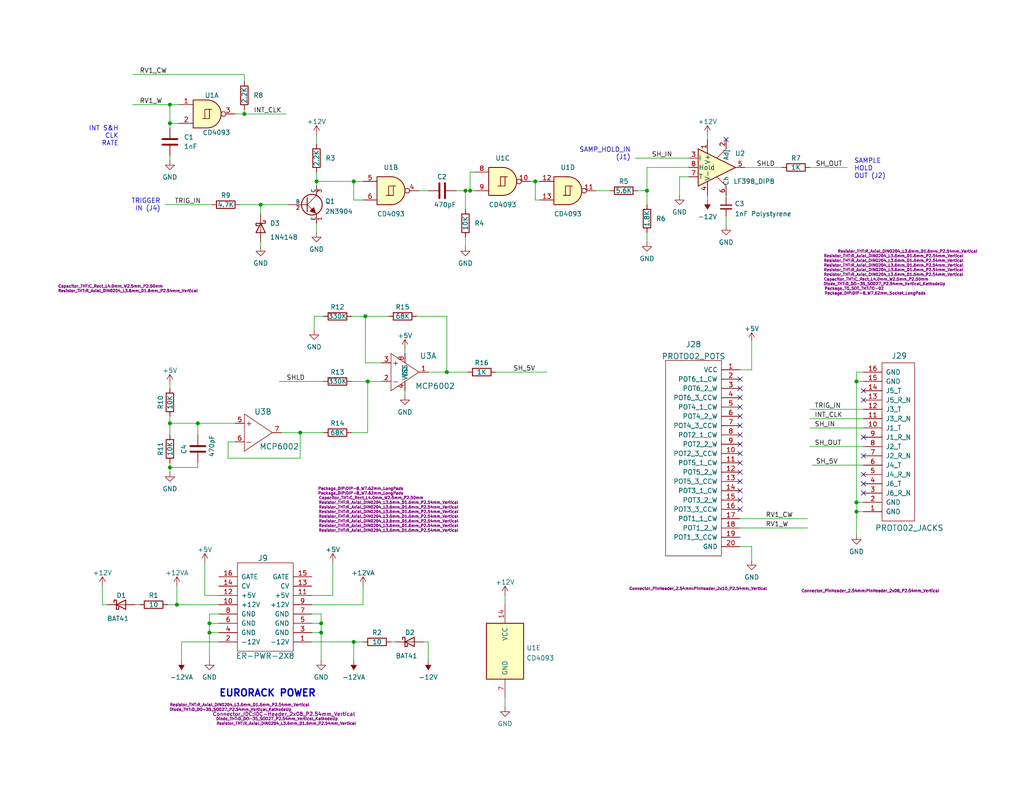
<source format=kicad_sch>
(kicad_sch (version 20211123) (generator eeschema)
  (paper "A")
  (title_block (title "SAMPLE AND HOLD ON ER-PROTO-02") (date "2022-11-21") (rev "1"))
  (lib_symbols
    (symbol "4xxx:HEF4093B" (pin_names (offset 1.016))
      (property "Reference" "U" (at 0 1.27 0))
      (property "Value" "HEF4093B" (at 0 -1.27 0))
      (symbol "HEF4093B_1_0"
        (polyline (pts (xy -0.635 -1.27) (xy -0.635 1.27) (xy 0.635 1.27)))
        (polyline (pts (xy -0.635 -1.27) (xy -0.635 1.27) (xy 0.635 1.27)))
        (polyline (pts (xy -1.27 -1.27) (xy 0.635 -1.27) (xy 0.635 1.27) (xy 1.27 1.27)))
        (polyline (pts (xy -1.27 -1.27) (xy 0.635 -1.27) (xy 0.635 1.27) (xy 1.27 1.27)))
      )
      (symbol "HEF4093B_1_1"
        (arc (start 0 -3.81) (mid 3.81 0) (end 0 3.81) (stroke (width 0.254)) (fill (type background)))
        (polyline (pts (xy 0 3.81) (xy -3.81 3.81) (xy -3.81 -3.81) (xy 0 -3.81)) (stroke (width 0.254)) (fill (type background)))
        (pin input line (at -7.62 2.54 0) (length 3.81) (name "~") (number "1"))
        (pin input line (at -7.62 -2.54 0) (length 3.81) (name "~") (number "2"))
        (pin output inverted (at 7.62 0 180) (length 3.81) (name "~") (number "3"))
      )
      (symbol "HEF4093B_1_2"
        (arc (start -3.81 -3.81) (mid -2.589 0) (end -3.81 3.81) (stroke (width 0.254)))
        (arc (start -0.6096 -3.81) (mid 2.1855 -2.584) (end 3.81 0) (stroke (width 0.254)) (fill (type background)))
        (polyline (pts (xy -3.81 -3.81) (xy -0.635 -3.81)) (stroke (width 0.254)) (fill (type background)))
        (polyline (pts (xy -3.81 3.81) (xy -0.635 3.81)) (stroke (width 0.254)) (fill (type background)))
        (polyline (pts (xy -0.635 3.81) (xy -3.81 3.81) (xy -3.81 3.81) (xy -3.556 3.4036) (xy -3.0226 2.2606) (xy -2.6924 1.0414) (xy -2.6162 -0.254) (xy -2.7686 -1.4986) (xy -3.175 -2.7178) (xy -3.81 -3.81) (xy -3.81 -3.81) (xy -0.635 -3.81)) (stroke (width -25.4)) (fill (type background)))
        (arc (start 3.81 0) (mid 2.1928 2.5925) (end -0.6096 3.81) (stroke (width 0.254)) (fill (type background)))
        (pin input inverted (at -7.62 2.54 0) (length 4.318) (name "~") (number "1"))
        (pin input inverted (at -7.62 -2.54 0) (length 4.318) (name "~") (number "2"))
        (pin output line (at 7.62 0 180) (length 3.81) (name "~") (number "3"))
      )
      (symbol "HEF4093B_2_0"
        (polyline (pts (xy -0.635 -1.27) (xy -0.635 1.27) (xy 0.635 1.27)))
        (polyline (pts (xy -0.635 -1.27) (xy -0.635 1.27) (xy 0.635 1.27)))
        (polyline (pts (xy -1.27 -1.27) (xy 0.635 -1.27) (xy 0.635 1.27) (xy 1.27 1.27)))
        (polyline (pts (xy -1.27 -1.27) (xy 0.635 -1.27) (xy 0.635 1.27) (xy 1.27 1.27)))
      )
      (symbol "HEF4093B_2_1"
        (arc (start 0 -3.81) (mid 3.81 0) (end 0 3.81) (stroke (width 0.254)) (fill (type background)))
        (polyline (pts (xy 0 3.81) (xy -3.81 3.81) (xy -3.81 -3.81) (xy 0 -3.81)) (stroke (width 0.254)) (fill (type background)))
        (pin output inverted (at 7.62 0 180) (length 3.81) (name "~") (number "4"))
        (pin input line (at -7.62 2.54 0) (length 3.81) (name "~") (number "5"))
        (pin input line (at -7.62 -2.54 0) (length 3.81) (name "~") (number "6"))
      )
      (symbol "HEF4093B_2_2"
        (arc (start -3.81 -3.81) (mid -2.589 0) (end -3.81 3.81) (stroke (width 0.254)))
        (arc (start -0.6096 -3.81) (mid 2.1855 -2.584) (end 3.81 0) (stroke (width 0.254)) (fill (type background)))
        (polyline (pts (xy -3.81 -3.81) (xy -0.635 -3.81)) (stroke (width 0.254)) (fill (type background)))
        (polyline (pts (xy -3.81 3.81) (xy -0.635 3.81)) (stroke (width 0.254)) (fill (type background)))
        (polyline (pts (xy -0.635 3.81) (xy -3.81 3.81) (xy -3.81 3.81) (xy -3.556 3.4036) (xy -3.0226 2.2606) (xy -2.6924 1.0414) (xy -2.6162 -0.254) (xy -2.7686 -1.4986) (xy -3.175 -2.7178) (xy -3.81 -3.81) (xy -3.81 -3.81) (xy -0.635 -3.81)) (stroke (width -25.4)) (fill (type background)))
        (arc (start 3.81 0) (mid 2.1928 2.5925) (end -0.6096 3.81) (stroke (width 0.254)) (fill (type background)))
        (pin output line (at 7.62 0 180) (length 3.81) (name "~") (number "4"))
        (pin input inverted (at -7.62 2.54 0) (length 4.318) (name "~") (number "5"))
        (pin input inverted (at -7.62 -2.54 0) (length 4.318) (name "~") (number "6"))
      )
      (symbol "HEF4093B_3_0"
        (polyline (pts (xy -0.635 -1.27) (xy -0.635 1.27) (xy 0.635 1.27)))
        (polyline (pts (xy -0.635 -1.27) (xy -0.635 1.27) (xy 0.635 1.27)))
        (polyline (pts (xy -1.27 -1.27) (xy 0.635 -1.27) (xy 0.635 1.27) (xy 1.27 1.27)))
        (polyline (pts (xy -1.27 -1.27) (xy 0.635 -1.27) (xy 0.635 1.27) (xy 1.27 1.27)))
      )
      (symbol "HEF4093B_3_1"
        (arc (start 0 -3.81) (mid 3.81 0) (end 0 3.81) (stroke (width 0.254)) (fill (type background)))
        (polyline (pts (xy 0 3.81) (xy -3.81 3.81) (xy -3.81 -3.81) (xy 0 -3.81)) (stroke (width 0.254)) (fill (type background)))
        (pin output inverted (at 7.62 0 180) (length 3.81) (name "~") (number "10"))
        (pin input line (at -7.62 2.54 0) (length 3.81) (name "~") (number "8"))
        (pin input line (at -7.62 -2.54 0) (length 3.81) (name "~") (number "9"))
      )
      (symbol "HEF4093B_3_2"
        (arc (start -3.81 -3.81) (mid -2.589 0) (end -3.81 3.81) (stroke (width 0.254)))
        (arc (start -0.6096 -3.81) (mid 2.1855 -2.584) (end 3.81 0) (stroke (width 0.254)) (fill (type background)))
        (polyline (pts (xy -3.81 -3.81) (xy -0.635 -3.81)) (stroke (width 0.254)) (fill (type background)))
        (polyline (pts (xy -3.81 3.81) (xy -0.635 3.81)) (stroke (width 0.254)) (fill (type background)))
        (polyline (pts (xy -0.635 3.81) (xy -3.81 3.81) (xy -3.81 3.81) (xy -3.556 3.4036) (xy -3.0226 2.2606) (xy -2.6924 1.0414) (xy -2.6162 -0.254) (xy -2.7686 -1.4986) (xy -3.175 -2.7178) (xy -3.81 -3.81) (xy -3.81 -3.81) (xy -0.635 -3.81)) (stroke (width -25.4)) (fill (type background)))
        (arc (start 3.81 0) (mid 2.1928 2.5925) (end -0.6096 3.81) (stroke (width 0.254)) (fill (type background)))
        (pin output line (at 7.62 0 180) (length 3.81) (name "~") (number "10"))
        (pin input inverted (at -7.62 2.54 0) (length 4.318) (name "~") (number "8"))
        (pin input inverted (at -7.62 -2.54 0) (length 4.318) (name "~") (number "9"))
      )
      (symbol "HEF4093B_4_0"
        (polyline (pts (xy -0.635 -1.27) (xy -0.635 1.27) (xy 0.635 1.27)))
        (polyline (pts (xy -0.635 -1.27) (xy -0.635 1.27) (xy 0.635 1.27)))
        (polyline (pts (xy -1.27 -1.27) (xy 0.635 -1.27) (xy 0.635 1.27) (xy 1.27 1.27)))
        (polyline (pts (xy -1.27 -1.27) (xy 0.635 -1.27) (xy 0.635 1.27) (xy 1.27 1.27)))
      )
      (symbol "HEF4093B_4_1"
        (arc (start 0 -3.81) (mid 3.81 0) (end 0 3.81) (stroke (width 0.254)) (fill (type background)))
        (polyline (pts (xy 0 3.81) (xy -3.81 3.81) (xy -3.81 -3.81) (xy 0 -3.81)) (stroke (width 0.254)) (fill (type background)))
        (pin output inverted (at 7.62 0 180) (length 3.81) (name "~") (number "11"))
        (pin input line (at -7.62 2.54 0) (length 3.81) (name "~") (number "12"))
        (pin input line (at -7.62 -2.54 0) (length 3.81) (name "~") (number "13"))
      )
      (symbol "HEF4093B_4_2"
        (arc (start -3.81 -3.81) (mid -2.589 0) (end -3.81 3.81) (stroke (width 0.254)))
        (arc (start -0.6096 -3.81) (mid 2.1855 -2.584) (end 3.81 0) (stroke (width 0.254)) (fill (type background)))
        (polyline (pts (xy -3.81 -3.81) (xy -0.635 -3.81)) (stroke (width 0.254)) (fill (type background)))
        (polyline (pts (xy -3.81 3.81) (xy -0.635 3.81)) (stroke (width 0.254)) (fill (type background)))
        (polyline (pts (xy -0.635 3.81) (xy -3.81 3.81) (xy -3.81 3.81) (xy -3.556 3.4036) (xy -3.0226 2.2606) (xy -2.6924 1.0414) (xy -2.6162 -0.254) (xy -2.7686 -1.4986) (xy -3.175 -2.7178) (xy -3.81 -3.81) (xy -3.81 -3.81) (xy -0.635 -3.81)) (stroke (width -25.4)) (fill (type background)))
        (arc (start 3.81 0) (mid 2.1928 2.5925) (end -0.6096 3.81) (stroke (width 0.254)) (fill (type background)))
        (pin output line (at 7.62 0 180) (length 3.81) (name "~") (number "11"))
        (pin input inverted (at -7.62 2.54 0) (length 4.318) (name "~") (number "12"))
        (pin input inverted (at -7.62 -2.54 0) (length 4.318) (name "~") (number "13"))
      )
      (symbol "HEF4093B_5_0"
        (pin power_in line (at 0 12.7 270) (length 5.08) (name "VCC") (number "14"))
        (pin power_in line (at 0 -12.7 90) (length 5.08) (name "GND") (number "7"))
      )
      (symbol "HEF4093B_5_1"
        (rectangle (start -5.08 7.62) (end 5.08 -7.62) (stroke (width 0.254)) (fill (type background)))
      )
    )
    (symbol "Analog:LF398_DIP8" (pin_names (offset 0.127))
      (property "Reference" "U" (at 5.08 3.81 0))
      (property "Value" "LF398_DIP8" (at 5.08 -2.54 0))
      (symbol "LF398_DIP8_0_1"
        (polyline (pts (xy 0 -2.54) (xy 2.54 -5.08)))
        (polyline (pts (xy 2.54 5.08) (xy 0 2.54)))
        (polyline (pts (xy -5.08 5.08) (xy 5.08 0) (xy -5.08 -5.08) (xy -5.08 5.08)) (stroke (width 0.254)) (fill (type background)))
      )
      (symbol "LF398_DIP8_1_1"
        (pin passive line (at -2.54 7.62 270) (length 3.81) (name "V+") (number "1"))
        (pin passive line (at 2.54 7.62 270) (length 2.54) (name "Adj") (number "2"))
        (pin input line (at -7.62 2.54 0) (length 2.54) (name "I") (number "3"))
        (pin passive line (at -2.54 -7.62 90) (length 3.81) (name "V-") (number "4"))
        (pin output line (at 7.62 0 180) (length 2.54) (name "~") (number "5"))
        (pin passive line (at 2.54 -7.62 90) (length 2.54) (name "Ch") (number "6"))
        (pin passive line (at -7.62 -2.54 0) (length 2.54) (name "T") (number "7"))
        (pin input line (at -7.62 0 0) (length 2.54) (name "Hold") (number "8"))
      )
    )
    (symbol "Device:C" (pin_numbers hide) (pin_names (offset 0.254))
      (property "Reference" "C" (at 0.635 2.54 0))
      (property "Value" "C" (at 0.635 -2.54 0))
      (symbol "C_0_1"
        (polyline (pts (xy -2.032 -0.762) (xy 2.032 -0.762)) (stroke (width 0.508)))
        (polyline (pts (xy -2.032 0.762) (xy 2.032 0.762)) (stroke (width 0.508)))
      )
      (symbol "C_1_1"
        (pin passive line (at 0 3.81 270) (length 2.794) (name "~") (number "1"))
        (pin passive line (at 0 -3.81 90) (length 2.794) (name "~") (number "2"))
      )
    )
    (symbol "Device:C_Small" (pin_numbers hide) (pin_names (offset 0.254) hide)
      (property "Reference" "C" (at 0.254 1.778 0))
      (property "Value" "C_Small" (at 0.254 -2.032 0))
      (symbol "C_Small_0_1"
        (polyline (pts (xy -1.524 -0.508) (xy 1.524 -0.508)) (stroke (width 0.3302)))
        (polyline (pts (xy -1.524 0.508) (xy 1.524 0.508)) (stroke (width 0.3048)))
      )
      (symbol "C_Small_1_1"
        (pin passive line (at 0 2.54 270) (length 2.032) (name "~") (number "1"))
        (pin passive line (at 0 -2.54 90) (length 2.032) (name "~") (number "2"))
      )
    )
    (symbol "Device:D_Schottky" (pin_numbers hide) (pin_names (offset 1.016) hide)
      (property "Reference" "D" (at 0 2.54 0))
      (property "Value" "D_Schottky" (at 0 -2.54 0))
      (symbol "D_Schottky_0_1"
        (polyline (pts (xy 1.27 0) (xy -1.27 0)))
        (polyline (pts (xy 1.27 1.27) (xy 1.27 -1.27) (xy -1.27 0) (xy 1.27 1.27)) (stroke (width 0.254)))
        (polyline (pts (xy -1.905 0.635) (xy -1.905 1.27) (xy -1.27 1.27) (xy -1.27 -1.27) (xy -0.635 -1.27) (xy -0.635 -0.635)) (stroke (width 0.254)))
      )
      (symbol "D_Schottky_1_1"
        (pin passive line (at -3.81 0 0) (length 2.54) (name "K") (number "1"))
        (pin passive line (at 3.81 0 180) (length 2.54) (name "A") (number "2"))
      )
    )
    (symbol "Device:R" (pin_numbers hide) (pin_names (offset 0))
      (property "Reference" "R" (at 2.032 0 90))
      (property "Value" "R" (at 0 0 90))
      (symbol "R_0_1"
        (rectangle (start -1.016 -2.54) (end 1.016 2.54) (stroke (width 0.254)))
      )
      (symbol "R_1_1"
        (pin passive line (at 0 3.81 270) (length 1.27) (name "~") (number "1"))
        (pin passive line (at 0 -3.81 90) (length 1.27) (name "~") (number "2"))
      )
    )
    (symbol "LandBoards_Conns:ER-PWR-2X8" (pin_names (offset 1.016))
      (property "Reference" "J" (at 0 13.97 0))
      (property "Value" "ER-PWR-2X8" (at 1.27 -12.7 0))
      (property "Footprint" "Connector_IDC:IDC-Header_2x08_P2.54mm_Vertical" (at 0 -16.51 0))
      (symbol "ER-PWR-2X8_0_1"
        (rectangle (start -7.62 12.7) (end 7.62 -11.43))
      )
      (symbol "ER-PWR-2X8_1_1"
        (pin power_out line (at 12.7 -8.89 180) (length 5.08) (name "-12V") (number "1"))
        (pin power_out line (at -12.7 1.27 0) (length 5.08) (name "+12V") (number "10"))
        (pin power_out line (at 12.7 3.81 180) (length 5.08) (name "+5V") (number "11"))
        (pin power_out line (at -12.7 3.81 0) (length 5.08) (name "+5V") (number "12"))
        (pin bidirectional line (at 12.7 6.35 180) (length 5.08) (name "CV") (number "13"))
        (pin bidirectional line (at -12.7 6.35 0) (length 5.08) (name "CV") (number "14"))
        (pin bidirectional line (at 12.7 8.89 180) (length 5.08) (name "GATE") (number "15"))
        (pin bidirectional line (at -12.7 8.89 0) (length 5.08) (name "GATE") (number "16"))
        (pin power_out line (at -12.7 -8.89 0) (length 5.08) (name "-12V") (number "2"))
        (pin power_in line (at 12.7 -6.35 180) (length 5.08) (name "GND") (number "3"))
        (pin power_out line (at -12.7 -6.35 0) (length 5.08) (name "GND") (number "4"))
        (pin power_out line (at 12.7 -3.81 180) (length 5.08) (name "GND") (number "5"))
        (pin power_out line (at -12.7 -3.81 0) (length 5.08) (name "GND") (number "6"))
        (pin power_out line (at 12.7 -1.27 180) (length 5.08) (name "GND") (number "7"))
        (pin power_out line (at -12.7 -1.27 0) (length 5.08) (name "GND") (number "8"))
        (pin power_out line (at 12.7 1.27 180) (length 5.08) (name "+12V") (number "9"))
      )
    )
    (symbol "LandBoards_Conns:PROTO02_JACKS" (pin_names (offset 1.016))
      (property "Reference" "J" (at 0 22.86 0))
      (property "Value" "PROTO02_JACKS" (at 0 -22.86 0))
      (symbol "PROTO02_JACKS_0_1"
        (rectangle (start -5.08 21.59) (end 3.81 -21.59))
      )
      (symbol "PROTO02_JACKS_1_1"
        (pin power_in line (at 8.89 -19.05 180) (length 5.08) (name "GND") (number "1"))
        (pin passive line (at 8.89 3.81 180) (length 5.08) (name "J1_T") (number "10"))
        (pin passive line (at 8.89 6.35 180) (length 5.08) (name "J3_R_N") (number "11"))
        (pin passive line (at 8.89 8.89 180) (length 5.08) (name "J3_T") (number "12"))
        (pin passive line (at 8.89 11.43 180) (length 5.08) (name "J5_R_N") (number "13"))
        (pin passive line (at 8.89 13.97 180) (length 5.08) (name "J5_T") (number "14"))
        (pin power_in line (at 8.89 16.51 180) (length 5.08) (name "GND") (number "15"))
        (pin power_in line (at 8.89 19.05 180) (length 5.08) (name "GND") (number "16"))
        (pin power_in line (at 8.89 -16.51 180) (length 5.08) (name "GND") (number "2"))
        (pin passive line (at 8.89 -13.97 180) (length 5.08) (name "J6_R_N") (number "3"))
        (pin passive line (at 8.89 -11.43 180) (length 5.08) (name "J6_T") (number "4"))
        (pin passive line (at 8.89 -8.89 180) (length 5.08) (name "J4_R_N") (number "5"))
        (pin passive line (at 8.89 -6.35 180) (length 5.08) (name "J4_T") (number "6"))
        (pin passive line (at 8.89 -3.81 180) (length 5.08) (name "J2_R_N") (number "7"))
        (pin passive line (at 8.89 -1.27 180) (length 5.08) (name "J2_T") (number "8"))
        (pin passive line (at 8.89 1.27 180) (length 5.08) (name "J1_R_N") (number "9"))
      )
    )
    (symbol "LandBoards_Conns:PROTO02_POTS" (pin_names (offset 1.016))
      (property "Reference" "J" (at -1.27 27.94 0))
      (property "Value" "PROTO02_POTS" (at 0 -27.94 0))
      (symbol "PROTO02_POTS_0_1"
        (rectangle (start -8.89 26.67) (end 6.35 -26.67))
      )
      (symbol "PROTO02_POTS_1_1"
        (pin power_in line (at 11.43 24.13 180) (length 5.08) (name "VCC") (number "1"))
        (pin passive line (at 11.43 1.27 180) (length 5.08) (name "POT2_3_CCW") (number "10"))
        (pin passive line (at 11.43 -1.27 180) (length 5.08) (name "POT5_1_CW") (number "11"))
        (pin passive line (at 11.43 -3.81 180) (length 5.08) (name "POT5_2_W") (number "12"))
        (pin passive line (at 11.43 -6.35 180) (length 5.08) (name "POT5_3_CCW") (number "13"))
        (pin passive line (at 11.43 -8.89 180) (length 5.08) (name "POT3_1_CW") (number "14"))
        (pin passive line (at 11.43 -11.43 180) (length 5.08) (name "POT3_2_W") (number "15"))
        (pin passive line (at 11.43 -13.97 180) (length 5.08) (name "POT3_3_CCW") (number "16"))
        (pin passive line (at 11.43 -16.51 180) (length 5.08) (name "POT1_1_CW") (number "17"))
        (pin passive line (at 11.43 -19.05 180) (length 5.08) (name "POT1_2_W") (number "18"))
        (pin passive line (at 11.43 -21.59 180) (length 5.08) (name "POT1_3_CCW") (number "19"))
        (pin passive line (at 11.43 21.59 180) (length 5.08) (name "POT6_1_CW") (number "2"))
        (pin power_in line (at 11.43 -24.13 180) (length 5.08) (name "GND") (number "20"))
        (pin passive line (at 11.43 19.05 180) (length 5.08) (name "POT6_2_W") (number "3"))
        (pin passive line (at 11.43 16.51 180) (length 5.08) (name "POT6_3_CCW") (number "4"))
        (pin passive line (at 11.43 13.97 180) (length 5.08) (name "POT4_1_CW") (number "5"))
        (pin passive line (at 11.43 11.43 180) (length 5.08) (name "POT4_2_W") (number "6"))
        (pin passive line (at 11.43 8.89 180) (length 5.08) (name "POT4_3_CCW") (number "7"))
        (pin passive line (at 11.43 6.35 180) (length 5.08) (name "POT2_1_CW") (number "8"))
        (pin passive line (at 11.43 3.81 180) (length 5.08) (name "POT2_2_W") (number "9"))
      )
    )
    (symbol "LandBoards_Semis:MCP6002" (pin_names (offset 1.016))
      (property "Reference" "U" (at 2.54 -3.81 0))
      (property "Value" "MCP6002" (at 6.35 3.81 0))
      (symbol "MCP6002_0_0"
        (polyline (pts (xy -3.81 -5.08) (xy -3.81 5.08) (xy 3.81 0) (xy -3.81 -5.08)))
        (text "+" (at -2.54 2.54 0) (effects (font (size 1.524 1.524))))
        (text "-" (at -2.54 -2.54 0) (effects (font (size 1.524 1.524))))
      )
      (symbol "MCP6002_1_1"
        (pin input line (at 6.35 0 180) (length 2.54) (name "Q") (number "1"))
        (pin input line (at -6.35 -2.54 0) (length 2.54) (name "-") (number "2"))
        (pin input line (at -6.35 2.54 0) (length 2.54) (name "+") (number "3"))
        (pin input line (at 0 -5.08 90) (length 2.54) (name "VSS") (number "4"))
        (pin input line (at 0 5.08 270) (length 2.54) (name "VDD") (number "8"))
      )
      (symbol "MCP6002_2_1"
        (pin input line (at -6.35 2.54 0) (length 2.54) (name "+") (number "5"))
        (pin input line (at -6.35 -2.54 0) (length 2.54) (name "-") (number "6"))
        (pin input line (at 6.35 0 180) (length 2.54) (name "Q") (number "7"))
      )
    )
    (symbol "LandBoards_Semis:NPN" (pin_names (offset 0))
      (property "Reference" "Q" (at 0 -3.81 0))
      (property "Value" "NPN" (at 0 3.81 0))
      (symbol "NPN_0_1"
        (polyline (pts (xy 0 0) (xy 2.54 2.54)))
        (polyline (pts (xy 0 1.905) (xy 0 -1.905) (xy 0 -1.905)) (stroke (width 0.254)))
        (polyline (pts (xy 1.27 -1.27) (xy 0 0) (xy 0 0)))
        (polyline (pts (xy 2.286 -2.286) (xy 2.54 -2.54) (xy 2.54 -2.54)))
        (polyline (pts (xy 2.286 -2.286) (xy 1.778 -0.762) (xy 0.762 -1.778) (xy 2.286 -2.286) (xy 2.286 -2.286)) (fill (type outline)))
        (circle (center 1.27 0) (radius 2.8194) (stroke (width 0.254)))
      )
      (symbol "NPN_1_1"
        (pin passive line (at 2.54 -5.08 90) (length 2.54) (name "E") (number "1"))
        (pin input line (at -5.08 0 0) (length 5.08) (name "B") (number "2"))
        (pin passive line (at 2.54 5.08 270) (length 2.54) (name "C") (number "3"))
      )
    )
    (symbol "power:+12V" (power) (pin_names (offset 0))
      (property "Value" "+12V" (at 0 3.556 0))
      (symbol "+12V_0_1"
        (polyline (pts (xy -0.762 1.27) (xy 0 2.54)))
        (polyline (pts (xy 0 0) (xy 0 2.54)))
        (polyline (pts (xy 0 2.54) (xy 0.762 1.27)))
      )
      (symbol "+12V_1_1"
        (pin power_in line (at 0 0 90) (length 0) hide (name "+12V") (number "1"))
      )
    )
    (symbol "power:+12VA" (power) (pin_names (offset 0))
      (property "Value" "+12VA" (at 0 3.556 0))
      (symbol "+12VA_0_1"
        (polyline (pts (xy -0.762 1.27) (xy 0 2.54)))
        (polyline (pts (xy 0 0) (xy 0 2.54)))
        (polyline (pts (xy 0 2.54) (xy 0.762 1.27)))
      )
      (symbol "+12VA_1_1"
        (pin power_in line (at 0 0 90) (length 0) hide (name "+12VA") (number "1"))
      )
    )
    (symbol "power:+5V" (power) (pin_names (offset 0))
      (property "Value" "+5V" (at 0 3.556 0))
      (symbol "+5V_0_1"
        (polyline (pts (xy -0.762 1.27) (xy 0 2.54)))
        (polyline (pts (xy 0 0) (xy 0 2.54)))
        (polyline (pts (xy 0 2.54) (xy 0.762 1.27)))
      )
      (symbol "+5V_1_1"
        (pin power_in line (at 0 0 90) (length 0) hide (name "+5V") (number "1"))
      )
    )
    (symbol "power:-12V" (power) (pin_names (offset 0))
      (property "Value" "-12V" (at 0 3.81 0))
      (symbol "-12V_0_0"
        (pin power_in line (at 0 0 90) (length 0) hide (name "-12V") (number "1"))
      )
      (symbol "-12V_0_1"
        (polyline (pts (xy 0 0) (xy 0 1.27) (xy 0.762 1.27) (xy 0 2.54) (xy -0.762 1.27) (xy 0 1.27)) (fill (type outline)))
      )
    )
    (symbol "power:-12VA" (power) (pin_names (offset 0))
      (property "Value" "-12VA" (at 0 3.556 0))
      (symbol "-12VA_0_0"
        (pin power_in line (at 0 0 90) (length 0) hide (name "-12VA") (number "1"))
      )
      (symbol "-12VA_0_1"
        (polyline (pts (xy 0 0) (xy 0 1.27) (xy 0.762 1.27) (xy 0 2.54) (xy -0.762 1.27) (xy 0 1.27)) (fill (type outline)))
      )
    )
    (symbol "power:GND" (power) (pin_names (offset 0))
      (property "Value" "GND" (at 0 -3.81 0))
      (symbol "GND_0_1"
        (polyline (pts (xy 0 0) (xy 0 -1.27) (xy 1.27 -1.27) (xy 0 -2.54) (xy -1.27 -1.27) (xy 0 -1.27)))
      )
      (symbol "GND_1_1"
        (pin power_in line (at 0 0 270) (length 0) hide (name "GND") (number "1"))
      )
    )
  )
  (junction (at 233.68 104.14))
  (junction (at 146.05 49.53))
  (junction (at 66.675 31.115))
  (junction (at 96.52 175.26))
  (junction (at 100.33 104.14))
  (junction (at 121.92 101.6))
  (junction (at 233.68 139.7))
  (junction (at 46.355 33.655))
  (junction (at 46.355 115.57))
  (junction (at 71.12 55.88))
  (junction (at 87.63 170.18))
  (junction (at 53.975 115.57))
  (junction (at 96.52 49.53))
  (junction (at 46.355 28.575))
  (junction (at 99.695 86.36))
  (junction (at 57.15 172.72))
  (junction (at 87.63 172.72))
  (junction (at 48.26 165.1))
  (junction (at 128.27 52.07))
  (junction (at 86.36 49.53))
  (junction (at 46.355 127.635))
  (junction (at 81.915 118.11))
  (junction (at 176.53 52.07))
  (junction (at 127 52.07))
  (junction (at 57.15 170.18))
  (junction (at 233.68 137.16))
  (no_connect (at 201.93 136.525))
  (no_connect (at 201.93 139.065))
  (no_connect (at 201.93 103.505))
  (no_connect (at 201.93 106.045))
  (no_connect (at 201.93 108.585))
  (no_connect (at 201.93 111.125))
  (no_connect (at 201.93 113.665))
  (no_connect (at 201.93 116.205))
  (no_connect (at 201.93 118.745))
  (no_connect (at 201.93 121.285))
  (no_connect (at 201.93 123.825))
  (no_connect (at 201.93 126.365))
  (no_connect (at 201.93 128.905))
  (no_connect (at 201.93 131.445))
  (no_connect (at 201.93 133.985))
  (no_connect (at 235.585 119.38))
  (no_connect (at 235.585 106.68))
  (no_connect (at 235.585 109.22))
  (no_connect (at 235.585 134.62))
  (no_connect (at 235.585 124.46))
  (no_connect (at 235.585 129.54))
  (no_connect (at 235.585 132.08))
  (no_connect (at 198.12 38.1))
  (wire (pts (xy 27.94 165.1) (xy 29.21 165.1)))
  (wire (pts (xy 59.69 162.56) (xy 55.88 162.56)))
  (wire (pts (xy 233.68 104.14) (xy 235.585 104.14)))
  (wire (pts (xy 99.06 54.61) (xy 96.52 54.61)))
  (wire (pts (xy 106.68 175.26) (xy 107.95 175.26)))
  (wire (pts (xy 27.94 160.02) (xy 27.94 165.1)))
  (wire (pts (xy 110.49 107.95) (xy 110.49 106.68)))
  (wire (pts (xy 233.68 101.6) (xy 233.68 104.14)))
  (wire (pts (xy 201.93 144.145) (xy 220.345 144.145)))
  (wire (pts (xy 66.675 31.115) (xy 66.675 29.845)))
  (wire (pts (xy 124.46 52.07) (xy 127 52.07)))
  (wire (pts (xy 205.105 93.345) (xy 205.105 100.965)))
  (wire (pts (xy 127 52.07) (xy 128.27 52.07)))
  (wire (pts (xy 187.96 48.26) (xy 185.42 48.26)))
  (wire (pts (xy 85.09 172.72) (xy 87.63 172.72)))
  (wire (pts (xy 220.98 114.3) (xy 235.585 114.3)))
  (wire (pts (xy 81.915 118.11) (xy 88.265 118.11)))
  (wire (pts (xy 46.355 127.635) (xy 53.975 127.635)))
  (wire (pts (xy 46.355 33.655) (xy 46.355 28.575)))
  (wire (pts (xy 99.06 160.02) (xy 99.06 165.1)))
  (wire (pts (xy 55.88 153.67) (xy 55.88 162.56)))
  (wire (pts (xy 64.135 31.115) (xy 66.675 31.115)))
  (wire (pts (xy 85.09 167.64) (xy 87.63 167.64)))
  (wire (pts (xy 121.92 101.6) (xy 116.84 101.6)))
  (wire (pts (xy 85.09 162.56) (xy 90.805 162.56)))
  (wire (pts (xy 96.52 175.26) (xy 99.06 175.26)))
  (wire (pts (xy 71.12 55.88) (xy 71.12 58.42)))
  (wire (pts (xy 96.52 49.53) (xy 96.52 54.61)))
  (wire (pts (xy 220.98 111.76) (xy 235.585 111.76)))
  (wire (pts (xy 46.355 33.655) (xy 48.895 33.655)))
  (wire (pts (xy 110.49 95.25) (xy 110.49 96.52)))
  (wire (pts (xy 36.195 20.32) (xy 66.675 20.32)))
  (wire (pts (xy 85.09 170.18) (xy 87.63 170.18)))
  (wire (pts (xy 96.52 175.26) (xy 96.52 180.34)))
  (wire (pts (xy 127 67.31) (xy 127 64.77)))
  (wire (pts (xy 205.105 149.225) (xy 205.105 153.035)))
  (wire (pts (xy 233.68 139.7) (xy 233.68 146.05)))
  (wire (pts (xy 201.93 100.965) (xy 205.105 100.965)))
  (wire (pts (xy 220.98 45.72) (xy 231.14 45.72)))
  (wire (pts (xy 85.09 165.1) (xy 99.06 165.1)))
  (wire (pts (xy 100.33 104.14) (xy 100.33 118.11)))
  (wire (pts (xy 45.72 165.1) (xy 48.26 165.1)))
  (wire (pts (xy 36.195 28.575) (xy 46.355 28.575)))
  (wire (pts (xy 57.15 167.64) (xy 57.15 170.18)))
  (wire (pts (xy 96.52 49.53) (xy 99.06 49.53)))
  (wire (pts (xy 57.15 170.18) (xy 57.15 172.72)))
  (wire (pts (xy 59.69 167.64) (xy 57.15 167.64)))
  (wire (pts (xy 46.355 113.665) (xy 46.355 115.57)))
  (wire (pts (xy 86.36 49.53) (xy 96.52 49.53)))
  (wire (pts (xy 85.09 175.26) (xy 96.52 175.26)))
  (wire (pts (xy 48.26 160.02) (xy 48.26 165.1)))
  (wire (pts (xy 71.12 67.31) (xy 71.12 66.04)))
  (wire (pts (xy 57.15 170.18) (xy 59.69 170.18)))
  (wire (pts (xy 87.63 172.72) (xy 87.63 180.34)))
  (wire (pts (xy 176.53 52.07) (xy 176.53 55.88)))
  (wire (pts (xy 46.355 104.775) (xy 46.355 106.045)))
  (wire (pts (xy 233.68 139.7) (xy 235.585 139.7)))
  (wire (pts (xy 85.725 86.36) (xy 85.725 90.17)))
  (wire (pts (xy 46.355 43.815) (xy 46.355 42.545)))
  (wire (pts (xy 116.84 175.26) (xy 116.84 180.34)))
  (wire (pts (xy 46.355 115.57) (xy 53.975 115.57)))
  (wire (pts (xy 53.975 118.745) (xy 53.975 115.57)))
  (wire (pts (xy 71.12 55.88) (xy 78.74 55.88)))
  (wire (pts (xy 129.54 52.07) (xy 128.27 52.07)))
  (wire (pts (xy 193.04 54.61) (xy 193.04 53.34)))
  (wire (pts (xy 95.885 86.36) (xy 99.695 86.36)))
  (wire (pts (xy 146.05 54.61) (xy 147.32 54.61)))
  (wire (pts (xy 173.99 52.07) (xy 176.53 52.07)))
  (wire (pts (xy 146.05 49.53) (xy 146.05 54.61)))
  (wire (pts (xy 128.27 46.99) (xy 129.54 46.99)))
  (wire (pts (xy 198.12 53.34) (xy 198.12 53.975)))
  (wire (pts (xy 173.355 43.18) (xy 187.96 43.18)))
  (wire (pts (xy 185.42 48.26) (xy 185.42 53.34)))
  (wire (pts (xy 233.68 137.16) (xy 233.68 139.7)))
  (wire (pts (xy 65.405 55.88) (xy 71.12 55.88)))
  (wire (pts (xy 86.36 49.53) (xy 86.36 50.8)))
  (wire (pts (xy 220.98 116.84) (xy 235.585 116.84)))
  (wire (pts (xy 113.665 86.36) (xy 121.92 86.36)))
  (wire (pts (xy 235.585 101.6) (xy 233.68 101.6)))
  (wire (pts (xy 46.355 128.905) (xy 46.355 127.635)))
  (wire (pts (xy 62.23 120.65) (xy 62.23 125.095)))
  (wire (pts (xy 115.57 175.26) (xy 116.84 175.26)))
  (wire (pts (xy 46.355 33.655) (xy 46.355 34.925)))
  (wire (pts (xy 220.98 121.92) (xy 235.585 121.92)))
  (wire (pts (xy 201.93 149.225) (xy 205.105 149.225)))
  (wire (pts (xy 100.33 104.14) (xy 104.14 104.14)))
  (wire (pts (xy 201.93 141.605) (xy 220.345 141.605)))
  (wire (pts (xy 45.085 55.88) (xy 57.785 55.88)))
  (wire (pts (xy 137.795 190.5) (xy 137.795 193.04)))
  (wire (pts (xy 104.14 99.06) (xy 99.695 99.06)))
  (wire (pts (xy 87.63 170.18) (xy 87.63 172.72)))
  (wire (pts (xy 90.805 153.67) (xy 90.805 162.56)))
  (wire (pts (xy 99.695 86.36) (xy 106.045 86.36)))
  (wire (pts (xy 46.355 28.575) (xy 48.895 28.575)))
  (wire (pts (xy 116.84 52.07) (xy 114.3 52.07)))
  (wire (pts (xy 48.26 165.1) (xy 59.69 165.1)))
  (wire (pts (xy 86.36 46.99) (xy 86.36 49.53)))
  (wire (pts (xy 66.675 31.115) (xy 78.105 31.115)))
  (wire (pts (xy 137.795 162.56) (xy 137.795 165.1)))
  (wire (pts (xy 76.2 104.14) (xy 88.265 104.14)))
  (wire (pts (xy 233.68 104.14) (xy 233.68 137.16)))
  (wire (pts (xy 88.265 86.36) (xy 85.725 86.36)))
  (wire (pts (xy 127.635 101.6) (xy 121.92 101.6)))
  (wire (pts (xy 62.23 125.095) (xy 81.915 125.095)))
  (wire (pts (xy 147.32 49.53) (xy 146.05 49.53)))
  (wire (pts (xy 176.53 52.07) (xy 176.53 45.72)))
  (wire (pts (xy 57.15 172.72) (xy 59.69 172.72)))
  (wire (pts (xy 128.27 52.07) (xy 128.27 46.99)))
  (wire (pts (xy 162.56 52.07) (xy 166.37 52.07)))
  (wire (pts (xy 49.53 175.26) (xy 49.53 180.34)))
  (wire (pts (xy 81.915 118.11) (xy 76.835 118.11)))
  (wire (pts (xy 121.92 86.36) (xy 121.92 101.6)))
  (wire (pts (xy 46.355 127.635) (xy 46.355 126.365)))
  (wire (pts (xy 64.135 120.65) (xy 62.23 120.65)))
  (wire (pts (xy 57.15 172.72) (xy 57.15 180.34)))
  (wire (pts (xy 203.2 45.72) (xy 213.36 45.72)))
  (wire (pts (xy 198.12 61.595) (xy 198.12 59.055)))
  (wire (pts (xy 176.53 63.5) (xy 176.53 66.04)))
  (wire (pts (xy 176.53 45.72) (xy 187.96 45.72)))
  (wire (pts (xy 99.695 99.06) (xy 99.695 86.36)))
  (wire (pts (xy 233.68 137.16) (xy 235.585 137.16)))
  (wire (pts (xy 100.33 118.11) (xy 95.885 118.11)))
  (wire (pts (xy 59.69 175.26) (xy 49.53 175.26)))
  (wire (pts (xy 127 52.07) (xy 127 57.15)))
  (wire (pts (xy 193.04 36.83) (xy 193.04 38.1)))
  (wire (pts (xy 221.615 127) (xy 235.585 127)))
  (wire (pts (xy 146.05 49.53) (xy 144.78 49.53)))
  (wire (pts (xy 66.675 22.225) (xy 66.675 20.32)))
  (wire (pts (xy 53.975 115.57) (xy 64.135 115.57)))
  (wire (pts (xy 86.36 36.83) (xy 86.36 39.37)))
  (wire (pts (xy 86.36 60.96) (xy 86.36 63.5)))
  (wire (pts (xy 36.83 165.1) (xy 38.1 165.1)))
  (wire (pts (xy 46.355 115.57) (xy 46.355 118.745)))
  (wire (pts (xy 81.915 125.095) (xy 81.915 118.11)))
  (wire (pts (xy 53.975 127.635) (xy 53.975 126.365)))
  (wire (pts (xy 135.255 101.6) (xy 149.225 101.6)))
  (wire (pts (xy 87.63 167.64) (xy 87.63 170.18)))
  (wire (pts (xy 95.885 104.14) (xy 100.33 104.14)))
  (text "SAMPLE\nHOLD\nOUT (J2)" (at 233.045 48.895 0) (effects (font (size 1.27 1.27)) (justify left bottom)))
  (text "SAMP_HOLD_IN\n(J1)" (at 172.085 43.815 180) (effects (font (size 1.27 1.27)) (justify right bottom)))
  (text "EURORACK POWER" (at 59.69 190.5 0) (effects (font (size 1.905 1.905) (thickness 0.381) bold) (justify left bottom)))
  (text "INT S&H\nCLK\nRATE" (at 32.385 40.005 180) (effects (font (size 1.27 1.27)) (justify right bottom)))
  (text "TRIGGER\nIN (J4)" (at 43.815 57.785 180) (effects (font (size 1.27 1.27)) (justify right bottom)))
  (label "SH_IN" (at 177.8 43.18 0))
  (label "RV1_CW" (at 38.1 20.32 0))
  (label "SH_5V" (at 228.6 127 180))
  (label "SH_IN" (at 222.25 116.84 0))
  (label "SHLD" (at 211.455 45.72 180))
  (label "RV1_W" (at 208.915 144.145 0))
  (label "SHLD" (at 83.185 104.14 180))
  (label "RV1_W" (at 38.1 28.575 0))
  (label "SH_OUT" (at 229.87 45.72 180))
  (label "INT_CLK" (at 222.25 114.3 0))
  (label "SH_5V" (at 146.05 101.6 180))
  (label "TRIG_IN" (at 47.625 55.88 0))
  (label "SH_OUT" (at 222.25 121.92 0))
  (label "TRIG_IN" (at 222.25 111.76 0))
  (label "RV1_CW" (at 208.915 141.605 0))
  (label "INT_CLK" (at 69.215 31.115 0))
  (symbol (lib_id "power:+12V") (at 137.795 162.56 0) (unit 1)
    (property "Reference" "#PWR07" (effects hide))
    (property "Value" "+12V" (at 137.795 158.9555 0))
  )
  (symbol (lib_id "power:+5V") (at 55.88 153.67 0) (unit 1)
    (property "Reference" "#PWR017" (effects hide))
    (property "Value" "+5V" (at 55.88 150.0655 0))
  )
  (symbol (lib_id "LandBoards_Semis:MCP6002") (at 110.49 101.6 0) (unit 1)
    (property "Reference" "U3" (at 116.84 97.155 0) (effects (font (size 1.524 1.524))))
    (property "Value" "MCP6002" (at 118.745 105.41 0) (effects (font (size 1.524 1.524))))
    (property "Footprint" "Package_DIP:DIP-8_W7.62mm_LongPads" (at 98.425 134.62 0) (effects (font (size 0.762 0.762))))
  )
  (symbol (lib_id "4xxx:HEF4093B") (at 137.795 177.8 0) (unit 5)
    (property "Reference" "U1" (at 143.637 176.8915 0) (effects (justify left)))
    (property "Value" "CD4093" (at 143.637 179.6666 0) (effects (justify left)))
    (property "Footprint" "Package_DIP:DIP-14_W7.62mm_Socket_LongPads" (effects hide))
    (property "Datasheet" "https://assets.nexperia.com/documents/data-sheet/HEF4093B.pdf" (effects hide))
  )
  (symbol (lib_id "Device:D_Schottky") (at 111.76 175.26 0) (unit 1)
    (property "Reference" "D2" (at 110.49 172.72 0) (effects (justify left)))
    (property "Value" "BAT41" (at 107.95 179.07 0) (effects (justify left)))
    (property "Footprint" "Diode_THT:D_DO-35_SOD27_P2.54mm_Vertical_KathodeUp" (at 75.565 196.215 0) (effects (font (size 0.762 0.762))))
  )
  (symbol (lib_id "power:-12V") (at 116.84 180.34 180) (unit 1)
    (property "Reference" "#PWR0109" (effects hide))
    (property "Value" "-12V" (at 116.84 184.9025 0))
  )
  (symbol (lib_id "LandBoards_Conns:ER-PWR-2X8") (at 72.39 166.37 0) (unit 1)
    (property "Reference" "J9" (at 71.755 152.4 0) (effects (font (size 1.524 1.524))))
    (property "Value" "ER-PWR-2X8" (at 72.39 179.07 0) (effects (font (size 1.524 1.524))))
    (property "Footprint" "Connector_IDC:IDC-Header_2x08_P2.54mm_Vertical" (at 77.47 194.945 0) (effects (font (size 1 1))))
  )
  (symbol (lib_id "Device:C") (at 120.65 52.07 90) (unit 1)
    (property "Reference" "C2" (at 121.92 48.26 90) (effects (justify left)))
    (property "Value" "470pF" (at 124.46 55.88 90) (effects (justify left)))
    (property "Footprint" "Capacitor_THT:C_Rect_L4.0mm_W2.5mm_P2.50mm" (at 253.365 76.2 90) (effects (font (size 0.762 0.762)) (justify left)))
  )
  (symbol (lib_id "Device:R") (at 46.355 109.855 0) (unit 1)
    (property "Reference" "R10" (at 43.815 109.855 90))
    (property "Value" "10K" (at 46.355 109.855 90))
    (property "Footprint" "Resistor_THT:R_Axial_DIN0204_L3.6mm_D1.6mm_P2.54mm_Vertical" (at 106.045 137.16 0) (effects (font (size 0.762 0.762))))
  )
  (symbol (lib_id "power:+5V") (at 46.355 104.775 0) (unit 1)
    (property "Reference" "#PWR06" (effects hide))
    (property "Value" "+5V" (at 46.355 101.1705 0))
  )
  (symbol (lib_id "power:GND") (at 205.105 153.035 0) (unit 1)
    (property "Reference" "#PWR02" (effects hide))
    (property "Value" "GND" (at 205.105 157.5975 0))
  )
  (symbol (lib_id "power:GND") (at 185.42 53.34 0) (unit 1)
    (property "Reference" "#PWR011" (effects hide))
    (property "Value" "GND" (at 185.42 57.9025 0))
  )
  (symbol (lib_id "Device:R") (at 92.075 104.14 270) (unit 1)
    (property "Reference" "R13" (at 92.075 101.6 90))
    (property "Value" "330K" (at 92.075 104.14 90))
    (property "Footprint" "Resistor_THT:R_Axial_DIN0204_L3.6mm_D1.6mm_P2.54mm_Vertical" (at 106.045 143.51 90) (effects (font (size 0.762 0.762))))
  )
  (symbol (lib_id "4xxx:HEF4093B") (at 106.68 52.07 0) (unit 2)
    (property "Reference" "U1" (at 106.68 45.72 0))
    (property "Value" "CD4093" (at 106.68 58.42 0))
    (property "Footprint" "Package_DIP:DIP-14_W7.62mm_Socket_LongPads" (effects hide))
    (property "Datasheet" "https://assets.nexperia.com/documents/data-sheet/HEF4093B.pdf" (effects hide))
  )
  (symbol (lib_id "power:-12V") (at 193.04 54.61 180) (unit 1)
    (property "Reference" "#PWR013" (effects hide))
    (property "Value" "-12V" (at 193.04 59.1725 0))
  )
  (symbol (lib_id "Device:D_Schottky") (at 33.02 165.1 0) (unit 1)
    (property "Reference" "D1" (at 31.75 162.56 0) (effects (justify left)))
    (property "Value" "BAT41" (at 29.21 168.91 0) (effects (justify left)))
    (property "Footprint" "Diode_THT:D_DO-35_SOD27_P2.54mm_Vertical_KathodeUp" (at 62.865 193.675 0) (effects (font (size 0.762 0.762))))
  )
  (symbol (lib_id "power:GND") (at 57.15 180.34 0) (unit 1)
    (property "Reference" "#PWR0105" (effects hide))
    (property "Value" "GND" (at 57.15 184.9025 0))
  )
  (symbol (lib_id "LandBoards_Conns:PROTO02_JACKS") (at 244.475 120.65 0) (mirror y) (unit 1)
    (property "Reference" "J29" (at 243.205 97.155 0) (effects (font (size 1.524 1.524)) (justify right)))
    (property "Value" "PROTO02_JACKS" (at 238.76 144.145 0) (effects (font (size 1.524 1.524)) (justify right)))
    (property "Footprint" "Connector_PinHeader_2.54mm:PinHeader_2x08_P2.54mm_Vertical" (at 237.49 161.29 0) (effects (font (size 0.762 0.762))))
  )
  (symbol (lib_id "power:+12VA") (at 48.26 160.02 0) (unit 1)
    (property "Reference" "#PWR0103" (effects hide))
    (property "Value" "+12VA" (at 48.26 156.4155 0))
  )
  (symbol (lib_id "power:+5V") (at 90.805 153.67 0) (unit 1)
    (property "Reference" "#PWR019" (effects hide))
    (property "Value" "+5V" (at 90.805 150.0655 0))
  )
  (symbol (lib_id "Device:D_Schottky") (at 71.12 62.23 270) (unit 1)
    (property "Reference" "D3" (at 73.66 60.96 90) (effects (justify left)))
    (property "Value" "1N4148" (at 73.66 64.77 90) (effects (justify left)))
    (property "Footprint" "Diode_THT:D_DO-35_SOD27_P2.54mm_Vertical_KathodeUp" (at 241.3 77.47 90) (effects (font (size 0.762 0.762))))
  )
  (symbol (lib_id "Device:R") (at 131.445 101.6 270) (unit 1)
    (property "Reference" "R16" (at 131.445 99.06 90))
    (property "Value" "1K" (at 131.445 101.6 90))
    (property "Footprint" "Resistor_THT:R_Axial_DIN0204_L3.6mm_D1.6mm_P2.54mm_Vertical" (at 106.045 140.97 90) (effects (font (size 0.762 0.762))))
  )
  (symbol (lib_id "power:GND") (at 176.53 66.04 0) (unit 1)
    (property "Reference" "#PWR010" (effects hide))
    (property "Value" "GND" (at 176.53 70.6025 0))
  )
  (symbol (lib_id "Device:R") (at 61.595 55.88 90) (unit 1)
    (property "Reference" "R9" (at 61.595 53.34 90))
    (property "Value" "4.7K" (at 61.595 55.88 90))
    (property "Footprint" "Resistor_THT:R_Axial_DIN0204_L3.6mm_D1.6mm_P2.54mm_Vertical" (at 243.84 73.66 90) (effects (font (size 0.762 0.762))))
  )
  (symbol (lib_id "Device:R") (at 86.36 43.18 180) (unit 1)
    (property "Reference" "R3" (at 90.17 43.18 0))
    (property "Value" "2.2K" (at 86.36 43.18 90))
    (property "Footprint" "Resistor_THT:R_Axial_DIN0204_L3.6mm_D1.6mm_P2.54mm_Vertical" (at 243.84 74.93 0) (effects (font (size 0.762 0.762))))
  )
  (symbol (lib_id "power:+12VA") (at 99.06 160.02 0) (unit 1)
    (property "Reference" "#PWR0104" (effects hide))
    (property "Value" "+12VA" (at 99.06 156.4155 0))
  )
  (symbol (lib_id "power:GND") (at 85.725 90.17 0) (unit 1)
    (property "Reference" "#PWR018" (effects hide))
    (property "Value" "GND" (at 85.725 94.7325 0))
  )
  (symbol (lib_id "Device:C") (at 46.355 38.735 0) (unit 1)
    (property "Reference" "C1" (at 50.165 37.465 0) (effects (justify left)))
    (property "Value" "1nF" (at 50.165 40.005 0) (effects (justify left)))
    (property "Footprint" "Capacitor_THT:C_Rect_L4.0mm_W2.5mm_P2.50mm" (at 15.875 78.105 0) (effects (font (size 0.762 0.762)) (justify left)))
  )
  (symbol (lib_id "4xxx:HEF4093B") (at 137.16 49.53 0) (unit 3)
    (property "Reference" "U1" (at 137.16 43.18 0))
    (property "Value" "CD4093" (at 137.16 55.88 0))
    (property "Footprint" "Package_DIP:DIP-14_W7.62mm_Socket_LongPads" (effects hide))
    (property "Datasheet" "https://assets.nexperia.com/documents/data-sheet/HEF4093B.pdf" (effects hide))
  )
  (symbol (lib_id "power:+12V") (at 27.94 160.02 0) (unit 1)
    (property "Reference" "#PWR0102" (effects hide))
    (property "Value" "+12V" (at 27.94 156.4155 0))
  )
  (symbol (lib_id "power:GND") (at 46.355 43.815 0) (unit 1)
    (property "Reference" "#PWR01" (effects hide))
    (property "Value" "GND" (at 46.355 48.3775 0))
  )
  (symbol (lib_id "LandBoards_Semis:NPN") (at 83.82 55.88 0) (unit 1)
    (property "Reference" "Q1" (at 88.6714 54.9715 0) (effects (justify left)))
    (property "Value" "2N3904" (at 88.6714 57.7466 0) (effects (justify left)))
    (property "Footprint" "Package_TO_SOT_THT:TO-92" (at 233.045 78.74 0) (effects (font (size 0.762 0.762))))
  )
  (symbol (lib_id "Analog:LF398_DIP8") (at 195.58 45.72 0) (unit 1)
    (property "Reference" "U2" (at 201.93 41.91 0))
    (property "Value" "LF398_DIP8" (at 205.74 49.53 0))
    (property "Footprint" "Package_DIP:DIP-8_W7.62mm_Socket_LongPads" (at 238.76 80.01 0) (effects (font (size 0.762 0.762))))
    (property "Datasheet" "http://www.ti.com/lit/ds/symlink/lf398-n.pdf" (effects hide))
  )
  (symbol (lib_id "4xxx:HEF4093B") (at 56.515 31.115 0) (unit 1)
    (property "Reference" "U1" (at 57.785 26.035 0))
    (property "Value" "CD4093" (at 59.055 36.195 0))
    (property "Footprint" "Package_DIP:DIP-14_W7.62mm_Socket_LongPads" (effects hide))
    (property "Datasheet" "https://assets.nexperia.com/documents/data-sheet/HEF4093B.pdf" (effects hide))
  )
  (symbol (lib_id "power:-12VA") (at 96.52 180.34 180) (unit 1)
    (property "Reference" "#PWR0107" (effects hide))
    (property "Value" "-12VA" (at 96.52 184.9025 0))
  )
  (symbol (lib_id "power:GND") (at 87.63 180.34 0) (unit 1)
    (property "Reference" "#PWR0108" (effects hide))
    (property "Value" "GND" (at 87.63 184.9025 0))
  )
  (symbol (lib_id "Device:R") (at 41.91 165.1 90) (unit 1)
    (property "Reference" "R1" (at 41.91 162.56 90))
    (property "Value" "10" (at 41.91 165.1 90))
    (property "Footprint" "Resistor_THT:R_Axial_DIN0204_L3.6mm_D1.6mm_P2.54mm_Vertical" (at 65.405 192.405 90) (effects (font (size 0.762 0.762))))
  )
  (symbol (lib_id "Device:R") (at 109.855 86.36 270) (unit 1)
    (property "Reference" "R15" (at 109.855 83.82 90))
    (property "Value" "68K" (at 109.855 86.36 90))
    (property "Footprint" "Resistor_THT:R_Axial_DIN0204_L3.6mm_D1.6mm_P2.54mm_Vertical" (at 106.045 139.7 90) (effects (font (size 0.762 0.762))))
  )
  (symbol (lib_id "Device:R") (at 66.675 26.035 180) (unit 1)
    (property "Reference" "R8" (at 70.485 26.035 0))
    (property "Value" "2.2K" (at 66.675 26.035 90))
    (property "Footprint" "Resistor_THT:R_Axial_DIN0204_L3.6mm_D1.6mm_P2.54mm_Vertical" (at 34.925 79.375 0) (effects (font (size 0.762 0.762))))
  )
  (symbol (lib_id "4xxx:HEF4093B") (at 154.94 52.07 0) (unit 4)
    (property "Reference" "U1" (at 154.94 45.72 0))
    (property "Value" "CD4093" (at 154.94 58.42 0))
    (property "Footprint" "Package_DIP:DIP-14_W7.62mm_Socket_LongPads" (effects hide))
    (property "Datasheet" "https://assets.nexperia.com/documents/data-sheet/HEF4093B.pdf" (effects hide))
  )
  (symbol (lib_id "power:GND") (at 71.12 67.31 0) (unit 1)
    (property "Reference" "#PWR03" (effects hide))
    (property "Value" "GND" (at 71.12 71.8725 0))
  )
  (symbol (lib_id "Device:R") (at 217.17 45.72 90) (unit 1)
    (property "Reference" "R7" (at 217.17 43.18 90))
    (property "Value" "1K" (at 217.17 45.72 90))
    (property "Footprint" "Resistor_THT:R_Axial_DIN0204_L3.6mm_D1.6mm_P2.54mm_Vertical" (at 247.65 68.58 90) (effects (font (size 0.762 0.762))))
  )
  (symbol (lib_id "power:GND") (at 86.36 63.5 0) (unit 1)
    (property "Reference" "#PWR05" (effects hide))
    (property "Value" "GND" (at 86.36 68.0625 0))
  )
  (symbol (lib_id "power:-12VA") (at 49.53 180.34 180) (unit 1)
    (property "Reference" "#PWR0106" (effects hide))
    (property "Value" "-12VA" (at 49.53 184.9025 0))
  )
  (symbol (lib_id "Device:R") (at 92.075 118.11 270) (unit 1)
    (property "Reference" "R14" (at 92.075 115.57 90))
    (property "Value" "68K" (at 92.075 118.11 90))
    (property "Footprint" "Resistor_THT:R_Axial_DIN0204_L3.6mm_D1.6mm_P2.54mm_Vertical" (at 106.045 144.78 90) (effects (font (size 0.762 0.762))))
  )
  (symbol (lib_id "Device:C") (at 53.975 122.555 180) (unit 1)
    (property "Reference" "C4" (at 50.165 121.285 90) (effects (justify left)))
    (property "Value" "470pF" (at 57.785 118.745 90) (effects (justify left)))
    (property "Footprint" "Capacitor_THT:C_Rect_L4.0mm_W2.5mm_P2.50mm" (at 115.57 135.89 0) (effects (font (size 0.762 0.762)) (justify left)))
  )
  (symbol (lib_id "Device:R") (at 127 60.96 180) (unit 1)
    (property "Reference" "R4" (at 130.81 60.96 0))
    (property "Value" "10K" (at 127 60.96 90))
    (property "Footprint" "Resistor_THT:R_Axial_DIN0204_L3.6mm_D1.6mm_P2.54mm_Vertical" (at 243.84 72.39 0) (effects (font (size 0.762 0.762))))
  )
  (symbol (lib_id "Device:C_Small") (at 198.12 56.515 0) (unit 1)
    (property "Reference" "C3" (at 200.4441 55.6128 0) (effects (justify left)))
    (property "Value" "1nF Polystyrene" (at 200.4441 58.3879 0) (effects (justify left)))
    (property "Footprint" "Capacitor_THT:C_Radial_D5.0mm_H7.0mm_P2.00mm" (effects hide))
  )
  (symbol (lib_id "power:GND") (at 198.12 61.595 0) (unit 1)
    (property "Reference" "#PWR014" (effects hide))
    (property "Value" "GND" (at 198.12 66.1575 0))
  )
  (symbol (lib_id "Device:R") (at 176.53 59.69 180) (unit 1)
    (property "Reference" "R6" (at 180.34 59.69 0))
    (property "Value" "1.8K" (at 176.53 59.69 90))
    (property "Footprint" "Resistor_THT:R_Axial_DIN0204_L3.6mm_D1.6mm_P2.54mm_Vertical" (at 243.84 69.85 0) (effects (font (size 0.762 0.762))))
  )
  (symbol (lib_id "power:+12V") (at 86.36 36.83 0) (unit 1)
    (property "Reference" "#PWR04" (effects hide))
    (property "Value" "+12V" (at 86.36 33.2255 0))
  )
  (symbol (lib_id "Device:R") (at 46.355 122.555 0) (unit 1)
    (property "Reference" "R11" (at 43.815 122.555 90))
    (property "Value" "10K" (at 46.355 122.555 90))
    (property "Footprint" "Resistor_THT:R_Axial_DIN0204_L3.6mm_D1.6mm_P2.54mm_Vertical" (at 106.045 138.43 0) (effects (font (size 0.762 0.762))))
  )
  (symbol (lib_id "power:GND") (at 46.355 128.905 0) (unit 1)
    (property "Reference" "#PWR016" (effects hide))
    (property "Value" "GND" (at 46.355 133.4675 0))
  )
  (symbol (lib_id "power:GND") (at 137.795 193.04 0) (unit 1)
    (property "Reference" "#PWR08" (effects hide))
    (property "Value" "GND" (at 137.795 197.6025 0))
  )
  (symbol (lib_id "power:GND") (at 233.68 146.05 0) (unit 1)
    (property "Reference" "#PWR015" (effects hide))
    (property "Value" "GND" (at 233.68 150.6125 0))
  )
  (symbol (lib_id "power:+5V") (at 110.49 95.25 0) (unit 1)
    (property "Reference" "#PWR020" (effects hide))
    (property "Value" "+5V" (at 110.49 91.6455 0))
  )
  (symbol (lib_id "Device:R") (at 102.87 175.26 90) (unit 1)
    (property "Reference" "R2" (at 102.87 172.72 90))
    (property "Value" "10" (at 102.87 175.26 90))
    (property "Footprint" "Resistor_THT:R_Axial_DIN0204_L3.6mm_D1.6mm_P2.54mm_Vertical" (at 78.105 197.485 90) (effects (font (size 0.762 0.762))))
  )
  (symbol (lib_id "LandBoards_Conns:PROTO02_POTS") (at 190.5 125.095 0) (unit 1)
    (property "Reference" "J28" (at 189.23 94.0211 0) (effects (font (size 1.524 1.524))))
    (property "Value" "PROTO02_POTS" (at 189.23 97.3001 0) (effects (font (size 1.524 1.524))))
    (property "Footprint" "Connector_PinHeader_2.54mm:PinHeader_2x10_P2.54mm_Vertical" (at 190.5 160.655 0) (effects (font (size 0.762 0.762))))
  )
  (symbol (lib_id "LandBoards_Semis:MCP6002") (at 70.485 118.11 0) (unit 2)
    (property "Reference" "U3" (at 71.755 112.395 0) (effects (font (size 1.524 1.524))))
    (property "Value" "MCP6002" (at 76.2 121.92 0) (effects (font (size 1.524 1.524))))
    (property "Footprint" "Package_DIP:DIP-8_W7.62mm_LongPads" (at 98.425 133.35 0) (effects (font (size 0.762 0.762))))
  )
  (symbol (lib_id "Device:R") (at 92.075 86.36 270) (unit 1)
    (property "Reference" "R12" (at 92.075 83.82 90))
    (property "Value" "330K" (at 92.075 86.36 90))
    (property "Footprint" "Resistor_THT:R_Axial_DIN0204_L3.6mm_D1.6mm_P2.54mm_Vertical" (at 106.045 142.24 90) (effects (font (size 0.762 0.762))))
  )
  (symbol (lib_id "Device:R") (at 170.18 52.07 270) (unit 1)
    (property "Reference" "R5" (at 170.18 49.53 90))
    (property "Value" "5.6K" (at 170.18 52.07 90))
    (property "Footprint" "Resistor_THT:R_Axial_DIN0204_L3.6mm_D1.6mm_P2.54mm_Vertical" (at 243.84 71.12 90) (effects (font (size 0.762 0.762))))
  )
  (symbol (lib_id "power:+12V") (at 193.04 36.83 0) (unit 1)
    (property "Reference" "#PWR012" (effects hide))
    (property "Value" "+12V" (at 193.04 33.2255 0))
  )
  (symbol (lib_id "power:+5V") (at 205.105 93.345 0) (unit 1)
    (property "Reference" "#PWR0101" (effects hide))
    (property "Value" "+5V" (at 205.105 89.7405 0))
  )
  (symbol (lib_id "power:GND") (at 110.49 107.95 0) (unit 1)
    (property "Reference" "#PWR021" (effects hide))
    (property "Value" "GND" (at 110.49 112.5125 0))
  )
  (symbol (lib_id "power:GND") (at 127 67.31 0) (unit 1)
    (property "Reference" "#PWR09" (effects hide))
    (property "Value" "GND" (at 127 71.8725 0))
  )
)
</source>
